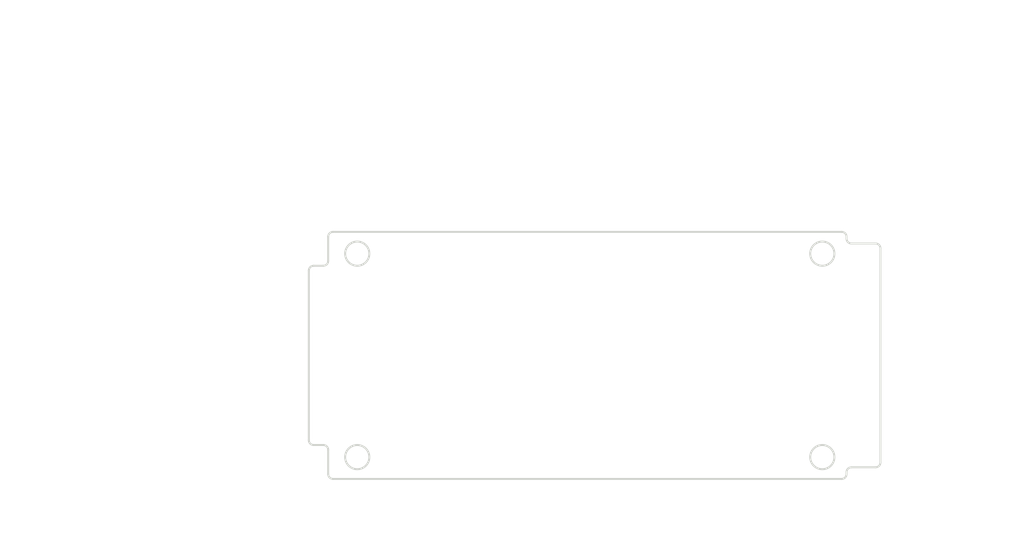
<source format=kicad_pcb>
(kicad_pcb (version 20171130) (host pcbnew "(5.1.0)-1")

  (general
    (thickness 1.6)
    (drawings 88)
    (tracks 0)
    (zones 0)
    (modules 0)
    (nets 1)
  )

  (page A4)
  (layers
    (0 F.Cu signal)
    (31 B.Cu signal)
    (32 B.Adhes user)
    (33 F.Adhes user)
    (34 B.Paste user)
    (35 F.Paste user)
    (36 B.SilkS user)
    (37 F.SilkS user)
    (38 B.Mask user)
    (39 F.Mask user)
    (40 Dwgs.User user)
    (41 Cmts.User user)
    (42 Eco1.User user)
    (43 Eco2.User user)
    (44 Edge.Cuts user)
    (45 Margin user)
    (46 B.CrtYd user)
    (47 F.CrtYd user)
    (48 B.Fab user)
    (49 F.Fab user)
  )

  (setup
    (last_trace_width 0.25)
    (trace_clearance 0.2)
    (zone_clearance 0.508)
    (zone_45_only no)
    (trace_min 0.2)
    (via_size 0.8)
    (via_drill 0.4)
    (via_min_size 0.4)
    (via_min_drill 0.3)
    (uvia_size 0.3)
    (uvia_drill 0.1)
    (uvias_allowed no)
    (uvia_min_size 0.2)
    (uvia_min_drill 0.1)
    (edge_width 0.05)
    (segment_width 0.2)
    (pcb_text_width 0.3)
    (pcb_text_size 1.5 1.5)
    (mod_edge_width 0.12)
    (mod_text_size 1 1)
    (mod_text_width 0.15)
    (pad_size 1.524 1.524)
    (pad_drill 0.762)
    (pad_to_mask_clearance 0.051)
    (solder_mask_min_width 0.25)
    (aux_axis_origin 0 0)
    (visible_elements FFFFFF7F)
    (pcbplotparams
      (layerselection 0x010fc_ffffffff)
      (usegerberextensions false)
      (usegerberattributes false)
      (usegerberadvancedattributes false)
      (creategerberjobfile false)
      (excludeedgelayer true)
      (linewidth 0.152400)
      (plotframeref false)
      (viasonmask false)
      (mode 1)
      (useauxorigin false)
      (hpglpennumber 1)
      (hpglpenspeed 20)
      (hpglpendiameter 15.000000)
      (psnegative false)
      (psa4output false)
      (plotreference true)
      (plotvalue true)
      (plotinvisibletext false)
      (padsonsilk false)
      (subtractmaskfromsilk false)
      (outputformat 1)
      (mirror false)
      (drillshape 1)
      (scaleselection 1)
      (outputdirectory ""))
  )

  (net 0 "")

  (net_class Default "This is the default net class."
    (clearance 0.2)
    (trace_width 0.25)
    (via_dia 0.8)
    (via_drill 0.4)
    (uvia_dia 0.3)
    (uvia_drill 0.1)
  )

  (gr_circle (center 171.434012 110.868606) (end 172.684012 110.868606) (layer Edge.Cuts) (width 0.2))
  (gr_circle (center 123.434012 89.868606) (end 124.684012 89.868606) (layer Edge.Cuts) (width 0.2))
  (gr_circle (center 171.434012 89.868606) (end 172.684012 89.868606) (layer Edge.Cuts) (width 0.2))
  (gr_circle (center 123.434012 110.868606) (end 124.684012 110.868606) (layer Edge.Cuts) (width 0.2))
  (gr_line (start 173.934012 88.318606) (end 173.934012 88.118606) (layer Edge.Cuts) (width 0.2))
  (gr_line (start 176.934012 88.818606) (end 174.434012 88.818606) (layer Edge.Cuts) (width 0.2))
  (gr_line (start 174.434012 111.918606) (end 176.934012 111.918606) (layer Edge.Cuts) (width 0.2))
  (gr_line (start 173.934012 112.618606) (end 173.934012 112.418606) (layer Edge.Cuts) (width 0.2))
  (gr_line (start 120.434012 110.118606) (end 120.434012 112.618606) (layer Edge.Cuts) (width 0.2))
  (gr_line (start 118.934012 109.618606) (end 119.934012 109.618606) (layer Edge.Cuts) (width 0.2))
  (gr_line (start 119.934012 91.118606) (end 118.934012 91.118606) (layer Edge.Cuts) (width 0.2))
  (gr_line (start 120.434012 88.118606) (end 120.434012 90.618606) (layer Edge.Cuts) (width 0.2))
  (gr_line (start 177.434012 111.418606) (end 177.434012 89.318606) (layer Edge.Cuts) (width 0.2))
  (gr_line (start 120.934012 113.118606) (end 173.434012 113.118606) (layer Edge.Cuts) (width 0.2))
  (gr_line (start 118.434012 91.618606) (end 118.434012 109.118606) (layer Edge.Cuts) (width 0.2))
  (gr_line (start 173.434012 87.618606) (end 120.934012 87.618606) (layer Edge.Cuts) (width 0.2))
  (gr_arc (start 173.434012 88.118606) (end 173.934012 88.118606) (angle -90) (layer Edge.Cuts) (width 0.2))
  (gr_arc (start 174.434012 88.318606) (end 173.934012 88.318606) (angle -90) (layer Edge.Cuts) (width 0.2))
  (gr_arc (start 176.934012 89.318606) (end 177.434012 89.318606) (angle -90) (layer Edge.Cuts) (width 0.2))
  (gr_arc (start 176.934012 111.418606) (end 176.934012 111.918606) (angle -90) (layer Edge.Cuts) (width 0.2))
  (gr_arc (start 174.434012 112.418606) (end 174.434012 111.918606) (angle -90) (layer Edge.Cuts) (width 0.2))
  (gr_arc (start 173.434012 112.618606) (end 173.434012 113.118606) (angle -90) (layer Edge.Cuts) (width 0.2))
  (gr_arc (start 120.934012 112.618606) (end 120.434012 112.618606) (angle -90) (layer Edge.Cuts) (width 0.2))
  (gr_arc (start 119.934012 110.118606) (end 120.434012 110.118606) (angle -90) (layer Edge.Cuts) (width 0.2))
  (gr_arc (start 118.934012 109.118606) (end 118.434012 109.118606) (angle -90) (layer Edge.Cuts) (width 0.2))
  (gr_arc (start 118.934012 91.618606) (end 118.934012 91.118606) (angle -90) (layer Edge.Cuts) (width 0.2))
  (gr_arc (start 119.934012 90.618606) (end 119.934012 91.118606) (angle -90) (layer Edge.Cuts) (width 0.2))
  (gr_arc (start 120.934012 88.118606) (end 120.934012 87.618606) (angle -90) (layer Edge.Cuts) (width 0.2))
  (gr_text [.20] (at 130.818221 84.130236) (layer Dwgs.User)
    (effects (font (size 1.7 1.53) (thickness 0.2125)))
  )
  (gr_text " 5.00" (at 130.818221 80.572801) (layer Dwgs.User)
    (effects (font (size 1.7 1.53) (thickness 0.2125)))
  )
  (gr_line (start 125.434012 82.240775) (end 127.434012 82.240775) (layer Dwgs.User) (width 0.2))
  (gr_line (start 116.434012 82.240775) (end 114.434012 82.240775) (layer Dwgs.User) (width 0.2))
  (gr_line (start 123.434012 88.868606) (end 123.434012 79.065775) (layer Dwgs.User) (width 0.2))
  (gr_line (start 118.434012 90.618606) (end 118.434012 79.065775) (layer Dwgs.User) (width 0.2))
  (gr_line (start 123.434012 110.958606) (end 123.434012 110.778606) (layer Dwgs.User) (width 0.2))
  (gr_line (start 123.344012 110.868606) (end 123.524012 110.868606) (layer Dwgs.User) (width 0.2))
  (gr_text " ∅2.50\n[∅0.10]" (at 135.039235 117.398097) (layer Dwgs.User)
    (effects (font (size 1.7 1.53) (thickness 0.2125)))
  )
  (gr_line (start 128.502366 117.398097) (end 125.426834 113.435932) (layer Dwgs.User) (width 0.2))
  (gr_line (start 130.502366 117.398097) (end 128.502366 117.398097) (layer Dwgs.User) (width 0.2))
  (gr_text [.09] (at 106.75983 83.225399) (layer Dwgs.User)
    (effects (font (size 1.7 1.53) (thickness 0.2125)))
  )
  (gr_text " 2.25" (at 106.75983 79.667963) (layer Dwgs.User)
    (effects (font (size 1.7 1.53) (thickness 0.2125)))
  )
  (gr_line (start 101.366344 81.335938) (end 103.366344 81.335938) (layer Dwgs.User) (width 0.2))
  (gr_line (start 101.366344 85.618606) (end 101.366344 81.335938) (layer Dwgs.User) (width 0.2))
  (gr_line (start 101.366344 91.868606) (end 101.366344 93.868606) (layer Dwgs.User) (width 0.2))
  (gr_line (start 122.434012 89.868606) (end 98.191344 89.868606) (layer Dwgs.User) (width 0.2))
  (gr_line (start 119.934012 87.618606) (end 98.191344 87.618606) (layer Dwgs.User) (width 0.2))
  (gr_text [.83] (at 90.588293 104.325838) (layer Dwgs.User)
    (effects (font (size 1.7 1.53) (thickness 0.2125)))
  )
  (gr_text " 21.00" (at 90.588293 100.768403) (layer Dwgs.User)
    (effects (font (size 1.7 1.53) (thickness 0.2125)))
  )
  (gr_line (start 90.588293 108.868606) (end 90.588293 105.993812) (layer Dwgs.User) (width 0.2))
  (gr_line (start 90.588293 91.868606) (end 90.588293 98.878941) (layer Dwgs.User) (width 0.2))
  (gr_line (start 122.434012 110.868606) (end 87.413293 110.868606) (layer Dwgs.User) (width 0.2))
  (gr_line (start 122.434012 89.868606) (end 87.413293 89.868606) (layer Dwgs.User) (width 0.2))
  (gr_text [1.89] (at 155.819435 78.672104) (layer Dwgs.User)
    (effects (font (size 1.7 1.53) (thickness 0.2125)))
  )
  (gr_text " 48.00" (at 155.819435 75.114669) (layer Dwgs.User)
    (effects (font (size 1.7 1.53) (thickness 0.2125)))
  )
  (gr_line (start 125.434012 76.782643) (end 151.774824 76.782643) (layer Dwgs.User) (width 0.2))
  (gr_line (start 169.434012 76.782643) (end 159.864046 76.782643) (layer Dwgs.User) (width 0.2))
  (gr_line (start 123.434012 88.868606) (end 123.434012 73.607643) (layer Dwgs.User) (width 0.2))
  (gr_line (start 171.434012 88.868606) (end 171.434012 73.607643) (layer Dwgs.User) (width 0.2))
  (gr_text [.73] (at 99.802581 98.989622) (layer Dwgs.User)
    (effects (font (size 1.7 1.53) (thickness 0.2125)))
  )
  (gr_text " 18.50" (at 99.802581 95.432187) (layer Dwgs.User)
    (effects (font (size 1.7 1.53) (thickness 0.2125)))
  )
  (gr_line (start 99.802581 107.618606) (end 99.802581 100.657596) (layer Dwgs.User) (width 0.2))
  (gr_line (start 99.802581 93.118606) (end 99.802581 93.542726) (layer Dwgs.User) (width 0.2))
  (gr_line (start 117.934012 109.618606) (end 96.627581 109.618606) (layer Dwgs.User) (width 0.2))
  (gr_line (start 117.934012 91.118606) (end 96.627581 91.118606) (layer Dwgs.User) (width 0.2))
  (gr_text [.91] (at 181.595366 105.675459) (layer Dwgs.User)
    (effects (font (size 1.7 1.53) (thickness 0.2125)))
  )
  (gr_text " 23.10" (at 181.595366 102.117444) (layer Dwgs.User)
    (effects (font (size 1.7 1.53) (thickness 0.2125)))
  )
  (gr_line (start 181.595366 109.918606) (end 181.595366 107.344013) (layer Dwgs.User) (width 0.2))
  (gr_line (start 181.595366 90.818606) (end 181.595366 100.227983) (layer Dwgs.User) (width 0.2))
  (gr_line (start 177.934012 111.918606) (end 184.770366 111.918606) (layer Dwgs.User) (width 0.2))
  (gr_line (start 177.934012 88.818606) (end 184.770366 88.818606) (layer Dwgs.User) (width 0.2))
  (gr_text [1.00] (at 188.223463 98.065423) (layer Dwgs.User)
    (effects (font (size 1.7 1.53) (thickness 0.2125)))
  )
  (gr_text " 25.50" (at 188.223463 94.507988) (layer Dwgs.User)
    (effects (font (size 1.7 1.53) (thickness 0.2125)))
  )
  (gr_line (start 188.223463 111.118606) (end 188.223463 99.733397) (layer Dwgs.User) (width 0.2))
  (gr_line (start 188.223463 89.618606) (end 188.223463 92.618527) (layer Dwgs.User) (width 0.2))
  (gr_line (start 174.434012 113.118606) (end 191.398463 113.118606) (layer Dwgs.User) (width 0.2))
  (gr_line (start 174.434012 87.618606) (end 191.398463 87.618606) (layer Dwgs.User) (width 0.2))
  (gr_text [2.11] (at 146.491003 73.885146) (layer Dwgs.User)
    (effects (font (size 1.7 1.53) (thickness 0.2125)))
  )
  (gr_text " 53.50" (at 146.491003 70.327131) (layer Dwgs.User)
    (effects (font (size 1.7 1.53) (thickness 0.2125)))
  )
  (gr_line (start 122.434012 71.995685) (end 142.446391 71.995685) (layer Dwgs.User) (width 0.2))
  (gr_line (start 171.934012 71.995685) (end 150.535614 71.995685) (layer Dwgs.User) (width 0.2))
  (gr_line (start 120.434012 87.118606) (end 120.434012 68.820685) (layer Dwgs.User) (width 0.2))
  (gr_line (start 173.934012 87.118606) (end 173.934012 68.820685) (layer Dwgs.User) (width 0.2))
  (gr_text [2.32] (at 155.942178 68.852702) (layer Dwgs.User)
    (effects (font (size 1.7 1.53) (thickness 0.2125)))
  )
  (gr_text " 59.00" (at 155.942178 65.295267) (layer Dwgs.User)
    (effects (font (size 1.7 1.53) (thickness 0.2125)))
  )
  (gr_line (start 120.434012 66.963241) (end 151.897566 66.963241) (layer Dwgs.User) (width 0.2))
  (gr_line (start 175.434012 66.963241) (end 159.986789 66.963241) (layer Dwgs.User) (width 0.2))
  (gr_line (start 118.434012 90.618606) (end 118.434012 63.788241) (layer Dwgs.User) (width 0.2))
  (gr_line (start 177.434012 88.318606) (end 177.434012 63.788241) (layer Dwgs.User) (width 0.2))

)

</source>
